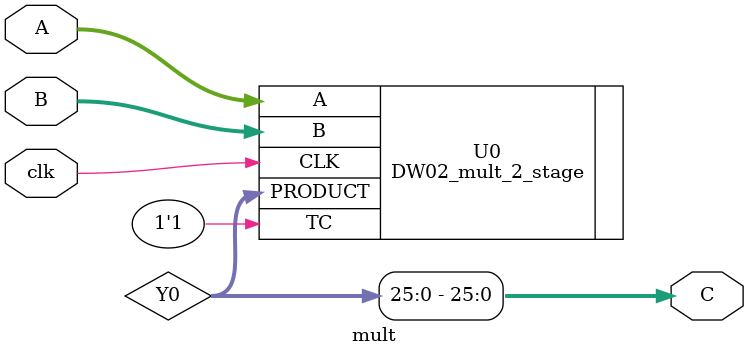
<source format=v>
module complex_mult #(
    parameter WIDTH_A=26
)(
input signed [WIDTH_A-1:0] A_r,A_i, 
input signed [15:0] B_r,B_i,
input clk,
output signed [WIDTH_A:0] I,Q);

wire signed [WIDTH_A:0] z0;
wire signed [16:0] z1,z2;

assign z0 = (A_r >>> 0) - (A_i >>> 0);
assign z1 = (B_r >>> 0) - (B_i >>> 0);
assign z2 = (B_r >>> 0) + (B_i >>> 0);

wire signed [WIDTH_A+16:0] y0,y1,y2;
wire signed [WIDTH_A+17:0] w1,w2;

mult #(16,WIDTH_A+1,WIDTH_A+17) A0(.A(B_i >>> 0) ,.B(z0 >>> 0) ,.clk(clk) ,.C(y0));
mult #(WIDTH_A,17,WIDTH_A+17) A1(.A(A_r >>> 0) ,.B(z1 >>> 0) ,.clk(clk) ,.C(y1));
mult #(WIDTH_A,17,WIDTH_A+17) A2(.A(A_i >>> 0) ,.B(z2 >>> 0) ,.clk(clk) ,.C(y2));
assign w1 = y0 + y1;
assign w2 = y0 + y2;
wire signed [WIDTH_A:0] I_tmp, Q_tmp;
wire signed [WIDTH_A+17:0] I_round = w1 + (1 << 13);
wire signed [WIDTH_A+17:0] Q_round = w2 + (1 << 13);

assign I_tmp = I_round[WIDTH_A+17 : 14];
assign Q_tmp = Q_round[WIDTH_A+17 : 14];

assign I = I_tmp;
assign Q = Q_tmp;

endmodule

module mult #(
    parameter WIDTH_A=26,
    parameter WIDTH_B=16,
    parameter WIDTH_C=26
)(
    input [WIDTH_A-1:0] A,
    input [WIDTH_B-1:0] B,
    input clk,
    output reg [WIDTH_C-1:0] C);

wire signed [WIDTH_A+WIDTH_B-1:0] Y0;
DW02_mult_2_stage #(WIDTH_A,WIDTH_B) U0 (.A(A) ,.B(B) ,.TC(1'b1), .CLK(clk) ,.PRODUCT(Y0));

always@(*)
begin
    C = Y0;
end

endmodule


</source>
